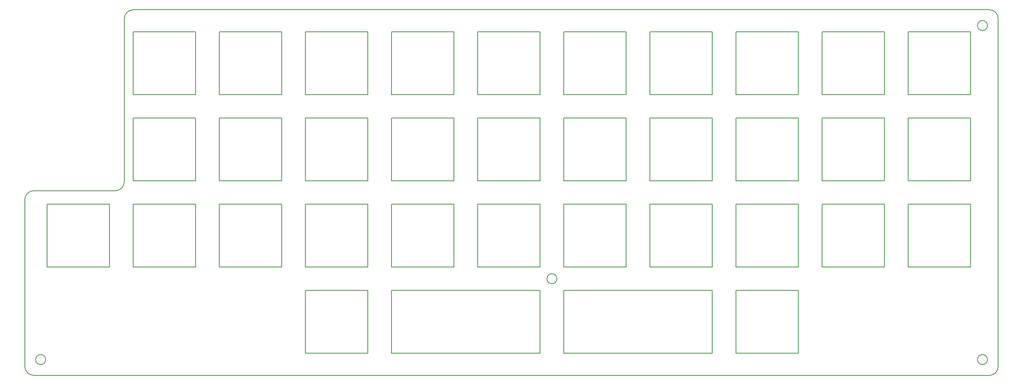
<source format=gbr>
G04 #@! TF.GenerationSoftware,KiCad,Pcbnew,(5.1.0-0)*
G04 #@! TF.CreationDate,2019-06-07T13:16:51+08:00*
G04 #@! TF.ProjectId,TopPlate,546f7050-6c61-4746-952e-6b696361645f,rev?*
G04 #@! TF.SameCoordinates,Original*
G04 #@! TF.FileFunction,Profile,NP*
%FSLAX46Y46*%
G04 Gerber Fmt 4.6, Leading zero omitted, Abs format (unit mm)*
G04 Created by KiCad (PCBNEW (5.1.0-0)) date 2019-06-07 13:16:51*
%MOMM*%
%LPD*%
G04 APERTURE LIST*
%ADD10C,0.200000*%
G04 APERTURE END LIST*
D10*
X242579951Y-44272569D02*
G75*
G03X242579951Y-44272569I-1100000J0D01*
G01*
X67428750Y-78581500D02*
X53578750Y-78581500D01*
X34219529Y-118091823D02*
G75*
G03X34219529Y-118091823I-1100000J0D01*
G01*
X53578750Y-78581500D02*
X53578750Y-64731500D01*
X67428750Y-97631500D02*
X67428750Y-83781500D01*
X53578750Y-83781500D02*
X53578750Y-97631500D01*
X242580390Y-118091746D02*
G75*
G03X242580390Y-118091746I-1100000J0D01*
G01*
X48378750Y-83781500D02*
X48378750Y-97631500D01*
X53578750Y-97631500D02*
X67428750Y-97631500D01*
X147329551Y-100231877D02*
G75*
G03X147329551Y-100231877I-1100000J0D01*
G01*
X53578750Y-64731500D02*
X67428750Y-64731500D01*
X34528750Y-83781500D02*
X48378750Y-83781500D01*
X72628750Y-97631500D02*
X72628750Y-83781500D01*
X67428750Y-64731500D02*
X67428750Y-78581500D01*
X48378750Y-97631500D02*
X34528750Y-97631500D01*
X67428750Y-83781500D02*
X53578750Y-83781500D01*
X34528750Y-97631500D02*
X34528750Y-83781500D01*
X86478750Y-83781500D02*
X86478750Y-97631500D01*
X86478750Y-97631500D02*
X72628750Y-97631500D01*
X72628750Y-78581500D02*
X86478750Y-78581500D01*
X105528750Y-78581500D02*
X105528750Y-64731500D01*
X91678750Y-78581500D02*
X105528750Y-78581500D01*
X72628750Y-64731500D02*
X72628750Y-78581500D01*
X110728750Y-78581500D02*
X124578750Y-78581500D01*
X143628750Y-78581500D02*
X129778750Y-78581500D01*
X86478750Y-64731500D02*
X72628750Y-64731500D01*
X124578750Y-97631500D02*
X124578750Y-83781500D01*
X110728750Y-64731500D02*
X110728750Y-78581500D01*
X105528750Y-97631500D02*
X105528750Y-83781500D01*
X91678750Y-64731500D02*
X91678750Y-78581500D01*
X105528750Y-64731500D02*
X91678750Y-64731500D01*
X91678750Y-97631500D02*
X105528750Y-97631500D01*
X105528750Y-83781500D02*
X91678750Y-83781500D01*
X124578750Y-64731500D02*
X110728750Y-64731500D01*
X124578750Y-83781500D02*
X110728750Y-83781500D01*
X124578750Y-78581500D02*
X124578750Y-64731500D01*
X129778750Y-78581500D02*
X129778750Y-64731500D01*
X110728750Y-83781500D02*
X110728750Y-97631500D01*
X91678750Y-83781500D02*
X91678750Y-97631500D01*
X110728750Y-97631500D02*
X124578750Y-97631500D01*
X72628750Y-83781500D02*
X86478750Y-83781500D01*
X86478750Y-78581500D02*
X86478750Y-64731500D01*
X29622750Y-82775500D02*
G75*
G02X31622750Y-80775500I2000000J0D01*
G01*
X49622750Y-80775500D02*
X31622750Y-80775500D01*
X51622750Y-78775500D02*
G75*
G02X49622750Y-80775500I-2000000J0D01*
G01*
X51622750Y-42775500D02*
G75*
G02X53622750Y-40775500I2000000J0D01*
G01*
X242976750Y-40775500D02*
X53622750Y-40775500D01*
X242976750Y-40775500D02*
G75*
G02X244976750Y-42775500I0J-2000000D01*
G01*
X244976750Y-119588500D02*
G75*
G02X242976750Y-121588500I-2000000J0D01*
G01*
X31622750Y-121588500D02*
X242976750Y-121588500D01*
X244976750Y-119588500D02*
X244976750Y-42775500D01*
X51622750Y-42775500D02*
X51622750Y-78775500D01*
X29622750Y-82775500D02*
X29622750Y-119588500D01*
X124578750Y-59531500D02*
X124578750Y-45681500D01*
X67428750Y-59531500D02*
X53578750Y-59531500D01*
X105528750Y-45681500D02*
X105528750Y-59531500D01*
X129778750Y-59531500D02*
X129778750Y-45681500D01*
X143628750Y-59531500D02*
X129778750Y-59531500D01*
X53578750Y-59531500D02*
X53578750Y-45681500D01*
X110728750Y-59531500D02*
X124578750Y-59531500D01*
X67428750Y-45681500D02*
X67428750Y-59531500D01*
X53578750Y-45681500D02*
X67428750Y-45681500D01*
X91678750Y-45681500D02*
X105528750Y-45681500D01*
X86478750Y-59531500D02*
X86478750Y-45681500D01*
X148828750Y-45681500D02*
X148828750Y-59531500D01*
X124578750Y-45681500D02*
X110728750Y-45681500D01*
X86478750Y-45681500D02*
X72628750Y-45681500D01*
X91678750Y-59531500D02*
X91678750Y-45681500D01*
X72628750Y-59531500D02*
X86478750Y-59531500D01*
X72628750Y-45681500D02*
X72628750Y-59531500D01*
X162678750Y-45681500D02*
X148828750Y-45681500D01*
X143628750Y-45681500D02*
X143628750Y-59531500D01*
X129778750Y-45681500D02*
X143628750Y-45681500D01*
X105528750Y-59531500D02*
X91678750Y-59531500D01*
X31622750Y-121588500D02*
G75*
G02X29622750Y-119588500I0J2000000D01*
G01*
X110728750Y-45681500D02*
X110728750Y-59531500D01*
X225028750Y-78581500D02*
X225028750Y-64731500D01*
X205978750Y-78581500D02*
X219828750Y-78581500D01*
X225028750Y-45681500D02*
X238878750Y-45681500D01*
X225028750Y-64731500D02*
X238878750Y-64731500D01*
X219828750Y-64731500D02*
X205978750Y-64731500D01*
X219828750Y-59531500D02*
X219828750Y-45681500D01*
X186928750Y-78581500D02*
X200778750Y-78581500D01*
X205978750Y-59531500D02*
X219828750Y-59531500D01*
X205978750Y-64731500D02*
X205978750Y-78581500D01*
X238878750Y-78581500D02*
X225028750Y-78581500D01*
X186928750Y-64731500D02*
X186928750Y-78581500D01*
X225028750Y-97631500D02*
X225028750Y-83781500D01*
X225028750Y-83781500D02*
X238878750Y-83781500D01*
X238878750Y-97631500D02*
X225028750Y-97631500D01*
X238878750Y-83781500D02*
X238878750Y-97631500D01*
X238878750Y-59531500D02*
X225028750Y-59531500D01*
X238878750Y-64731500D02*
X238878750Y-78581500D01*
X225028750Y-59531500D02*
X225028750Y-45681500D01*
X200778750Y-64731500D02*
X186928750Y-64731500D01*
X238878750Y-45681500D02*
X238878750Y-59531500D01*
X219828750Y-78581500D02*
X219828750Y-64731500D01*
X200778750Y-78581500D02*
X200778750Y-64731500D01*
X205978750Y-45681500D02*
X205978750Y-59531500D01*
X181728750Y-83781500D02*
X181728750Y-97631500D01*
X167878750Y-97631500D02*
X167878750Y-83781500D01*
X205978750Y-83781500D02*
X205978750Y-97631500D01*
X200778750Y-83781500D02*
X200778750Y-97631500D01*
X219828750Y-83781500D02*
X205978750Y-83781500D01*
X167878750Y-83781500D02*
X181728750Y-83781500D01*
X186928750Y-97631500D02*
X186928750Y-83781500D01*
X200778750Y-102831500D02*
X200778750Y-116681500D01*
X186928750Y-83781500D02*
X200778750Y-83781500D01*
X186928750Y-102831500D02*
X200778750Y-102831500D01*
X181728750Y-116681500D02*
X181728750Y-102831500D01*
X200778750Y-97631500D02*
X186928750Y-97631500D01*
X181728750Y-78581500D02*
X167878750Y-78581500D01*
X219828750Y-97631500D02*
X219828750Y-83781500D01*
X148828750Y-116681500D02*
X181728750Y-116681500D01*
X186928750Y-116681500D02*
X186928750Y-102831500D01*
X181728750Y-64731500D02*
X181728750Y-78581500D01*
X205978750Y-97631500D02*
X219828750Y-97631500D01*
X200778750Y-116681500D02*
X186928750Y-116681500D01*
X181728750Y-97631500D02*
X167878750Y-97631500D01*
X167878750Y-78581500D02*
X167878750Y-64731500D01*
X167878750Y-64731500D02*
X181728750Y-64731500D01*
X181728750Y-102831500D02*
X148828750Y-102831500D01*
X129778750Y-64731500D02*
X143628750Y-64731500D01*
X129778750Y-97631500D02*
X129778750Y-83781500D01*
X148828750Y-78581500D02*
X148828750Y-64731500D01*
X129778750Y-83781500D02*
X143628750Y-83781500D01*
X105528750Y-102831500D02*
X91678750Y-102831500D01*
X148828750Y-102831500D02*
X148828750Y-116681500D01*
X162678750Y-78581500D02*
X148828750Y-78581500D01*
X105528750Y-116681500D02*
X105528750Y-102831500D01*
X148828750Y-97631500D02*
X148828750Y-83781500D01*
X110728750Y-116681500D02*
X110728750Y-102831500D01*
X162678750Y-64731500D02*
X162678750Y-78581500D01*
X148828750Y-64731500D02*
X162678750Y-64731500D01*
X91678750Y-102831500D02*
X91678750Y-116681500D01*
X91678750Y-116681500D02*
X105528750Y-116681500D01*
X143628750Y-97631500D02*
X129778750Y-97631500D01*
X143628750Y-83781500D02*
X143628750Y-97631500D01*
X143628750Y-116681500D02*
X110728750Y-116681500D01*
X110728750Y-102831500D02*
X143628750Y-102831500D01*
X162678750Y-83781500D02*
X162678750Y-97631500D01*
X143628750Y-102831500D02*
X143628750Y-116681500D01*
X162678750Y-97631500D02*
X148828750Y-97631500D01*
X148828750Y-83781500D02*
X162678750Y-83781500D01*
X143628750Y-64731500D02*
X143628750Y-78581500D01*
X167878750Y-45681500D02*
X167878750Y-59531500D01*
X219828750Y-45681500D02*
X205978750Y-45681500D01*
X186928750Y-59531500D02*
X200778750Y-59531500D01*
X200778750Y-59531500D02*
X200778750Y-45681500D01*
X186928750Y-45681500D02*
X186928750Y-59531500D01*
X200778750Y-45681500D02*
X186928750Y-45681500D01*
X181728750Y-59531500D02*
X181728750Y-45681500D01*
X181728750Y-45681500D02*
X167878750Y-45681500D01*
X167878750Y-59531500D02*
X181728750Y-59531500D01*
X162678750Y-59531500D02*
X162678750Y-45681500D01*
X148828750Y-59531500D02*
X162678750Y-59531500D01*
M02*

</source>
